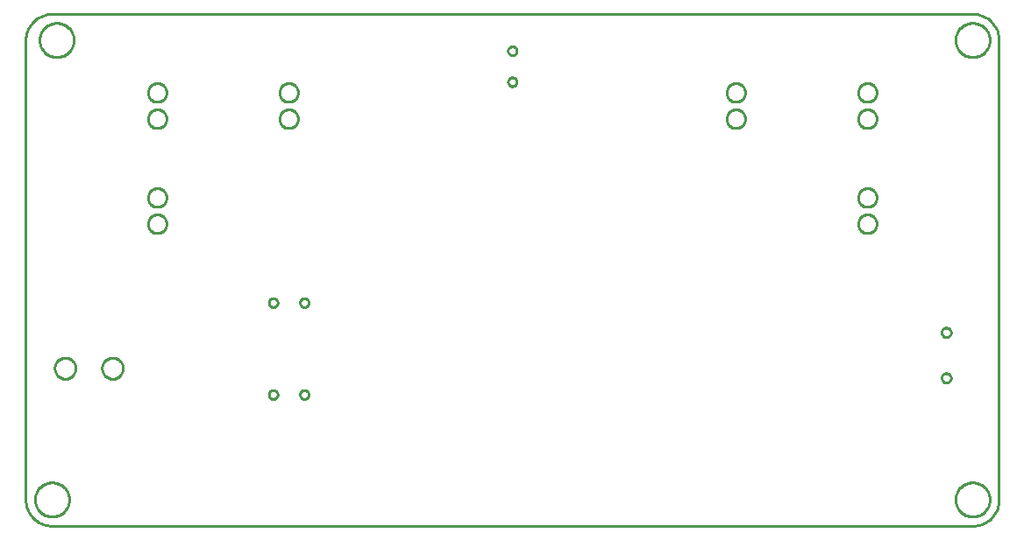
<source format=gbr>
G04 EAGLE Gerber RS-274X export*
G75*
%MOMM*%
%FSLAX34Y34*%
%LPD*%
%IN*%
%IPPOS*%
%AMOC8*
5,1,8,0,0,1.08239X$1,22.5*%
G01*
%ADD10C,0.254000*%


D10*
X0Y25400D02*
X97Y23186D01*
X386Y20989D01*
X865Y18826D01*
X1532Y16713D01*
X2380Y14666D01*
X3403Y12700D01*
X4594Y10831D01*
X5942Y9073D01*
X7440Y7440D01*
X9073Y5942D01*
X10831Y4594D01*
X12700Y3403D01*
X14666Y2380D01*
X16713Y1532D01*
X18826Y865D01*
X20989Y386D01*
X23186Y97D01*
X25400Y0D01*
X914400Y0D01*
X916614Y97D01*
X918811Y386D01*
X920974Y865D01*
X923087Y1532D01*
X925135Y2380D01*
X927100Y3403D01*
X928969Y4594D01*
X930727Y5942D01*
X932361Y7440D01*
X933858Y9073D01*
X935206Y10831D01*
X936397Y12700D01*
X937420Y14666D01*
X938268Y16713D01*
X938935Y18826D01*
X939414Y20989D01*
X939703Y23186D01*
X939800Y25400D01*
X939800Y469900D01*
X939703Y472114D01*
X939414Y474311D01*
X938935Y476474D01*
X938268Y478587D01*
X937420Y480635D01*
X936397Y482600D01*
X935206Y484469D01*
X933858Y486227D01*
X932361Y487861D01*
X930727Y489358D01*
X928969Y490706D01*
X927100Y491897D01*
X925135Y492920D01*
X923087Y493768D01*
X920974Y494435D01*
X918811Y494914D01*
X916614Y495203D01*
X914400Y495300D01*
X25400Y495300D01*
X23186Y495203D01*
X20989Y494914D01*
X18826Y494435D01*
X16713Y493768D01*
X14666Y492920D01*
X12700Y491897D01*
X10831Y490706D01*
X9073Y489358D01*
X7440Y487861D01*
X5942Y486227D01*
X4594Y484469D01*
X3403Y482600D01*
X2380Y480635D01*
X1532Y478587D01*
X865Y476474D01*
X386Y474311D01*
X97Y472114D01*
X0Y469900D01*
X0Y25400D01*
X48260Y151956D02*
X48183Y151073D01*
X48029Y150199D01*
X47799Y149342D01*
X47496Y148508D01*
X47121Y147704D01*
X46677Y146936D01*
X46168Y146209D01*
X45598Y145529D01*
X44971Y144902D01*
X44291Y144332D01*
X43564Y143823D01*
X42796Y143379D01*
X41992Y143004D01*
X41158Y142701D01*
X40301Y142471D01*
X39427Y142317D01*
X38544Y142240D01*
X37656Y142240D01*
X36773Y142317D01*
X35899Y142471D01*
X35042Y142701D01*
X34208Y143004D01*
X33404Y143379D01*
X32636Y143823D01*
X31909Y144332D01*
X31229Y144902D01*
X30602Y145529D01*
X30032Y146209D01*
X29523Y146936D01*
X29079Y147704D01*
X28704Y148508D01*
X28401Y149342D01*
X28171Y150199D01*
X28017Y151073D01*
X27940Y151956D01*
X27940Y152844D01*
X28017Y153727D01*
X28171Y154601D01*
X28401Y155458D01*
X28704Y156292D01*
X29079Y157096D01*
X29523Y157864D01*
X30032Y158591D01*
X30602Y159271D01*
X31229Y159898D01*
X31909Y160468D01*
X32636Y160977D01*
X33404Y161421D01*
X34208Y161796D01*
X35042Y162099D01*
X35899Y162329D01*
X36773Y162483D01*
X37656Y162560D01*
X38544Y162560D01*
X39427Y162483D01*
X40301Y162329D01*
X41158Y162099D01*
X41992Y161796D01*
X42796Y161421D01*
X43564Y160977D01*
X44291Y160468D01*
X44971Y159898D01*
X45598Y159271D01*
X46168Y158591D01*
X46677Y157864D01*
X47121Y157096D01*
X47496Y156292D01*
X47799Y155458D01*
X48029Y154601D01*
X48183Y153727D01*
X48260Y152844D01*
X48260Y151956D01*
X93980Y151956D02*
X93903Y151073D01*
X93749Y150199D01*
X93519Y149342D01*
X93216Y148508D01*
X92841Y147704D01*
X92397Y146936D01*
X91888Y146209D01*
X91318Y145529D01*
X90691Y144902D01*
X90011Y144332D01*
X89284Y143823D01*
X88516Y143379D01*
X87712Y143004D01*
X86878Y142701D01*
X86021Y142471D01*
X85147Y142317D01*
X84264Y142240D01*
X83376Y142240D01*
X82493Y142317D01*
X81619Y142471D01*
X80762Y142701D01*
X79928Y143004D01*
X79124Y143379D01*
X78356Y143823D01*
X77629Y144332D01*
X76949Y144902D01*
X76322Y145529D01*
X75752Y146209D01*
X75243Y146936D01*
X74799Y147704D01*
X74424Y148508D01*
X74121Y149342D01*
X73891Y150199D01*
X73737Y151073D01*
X73660Y151956D01*
X73660Y152844D01*
X73737Y153727D01*
X73891Y154601D01*
X74121Y155458D01*
X74424Y156292D01*
X74799Y157096D01*
X75243Y157864D01*
X75752Y158591D01*
X76322Y159271D01*
X76949Y159898D01*
X77629Y160468D01*
X78356Y160977D01*
X79124Y161421D01*
X79928Y161796D01*
X80762Y162099D01*
X81619Y162329D01*
X82493Y162483D01*
X83376Y162560D01*
X84264Y162560D01*
X85147Y162483D01*
X86021Y162329D01*
X86878Y162099D01*
X87712Y161796D01*
X88516Y161421D01*
X89284Y160977D01*
X90011Y160468D01*
X90691Y159898D01*
X91318Y159271D01*
X91888Y158591D01*
X92397Y157864D01*
X92841Y157096D01*
X93216Y156292D01*
X93519Y155458D01*
X93749Y154601D01*
X93903Y153727D01*
X93980Y152844D01*
X93980Y151956D01*
X234750Y127279D02*
X234823Y127831D01*
X234967Y128369D01*
X235180Y128884D01*
X235459Y129366D01*
X235798Y129808D01*
X236192Y130202D01*
X236634Y130541D01*
X237116Y130820D01*
X237631Y131033D01*
X238169Y131177D01*
X238721Y131250D01*
X239279Y131250D01*
X239831Y131177D01*
X240369Y131033D01*
X240884Y130820D01*
X241366Y130541D01*
X241808Y130202D01*
X242202Y129808D01*
X242541Y129366D01*
X242820Y128884D01*
X243033Y128369D01*
X243177Y127831D01*
X243250Y127279D01*
X243250Y126721D01*
X243177Y126169D01*
X243033Y125631D01*
X242820Y125116D01*
X242541Y124634D01*
X242202Y124192D01*
X241808Y123798D01*
X241366Y123459D01*
X240884Y123180D01*
X240369Y122967D01*
X239831Y122823D01*
X239279Y122750D01*
X238721Y122750D01*
X238169Y122823D01*
X237631Y122967D01*
X237116Y123180D01*
X236634Y123459D01*
X236192Y123798D01*
X235798Y124192D01*
X235459Y124634D01*
X235180Y125116D01*
X234967Y125631D01*
X234823Y126169D01*
X234750Y126721D01*
X234750Y127279D01*
X264750Y127279D02*
X264823Y127831D01*
X264967Y128369D01*
X265180Y128884D01*
X265459Y129366D01*
X265798Y129808D01*
X266192Y130202D01*
X266634Y130541D01*
X267116Y130820D01*
X267631Y131033D01*
X268169Y131177D01*
X268721Y131250D01*
X269279Y131250D01*
X269831Y131177D01*
X270369Y131033D01*
X270884Y130820D01*
X271366Y130541D01*
X271808Y130202D01*
X272202Y129808D01*
X272541Y129366D01*
X272820Y128884D01*
X273033Y128369D01*
X273177Y127831D01*
X273250Y127279D01*
X273250Y126721D01*
X273177Y126169D01*
X273033Y125631D01*
X272820Y125116D01*
X272541Y124634D01*
X272202Y124192D01*
X271808Y123798D01*
X271366Y123459D01*
X270884Y123180D01*
X270369Y122967D01*
X269831Y122823D01*
X269279Y122750D01*
X268721Y122750D01*
X268169Y122823D01*
X267631Y122967D01*
X267116Y123180D01*
X266634Y123459D01*
X266192Y123798D01*
X265798Y124192D01*
X265459Y124634D01*
X265180Y125116D01*
X264967Y125631D01*
X264823Y126169D01*
X264750Y126721D01*
X264750Y127279D01*
X234750Y216179D02*
X234823Y216731D01*
X234967Y217269D01*
X235180Y217784D01*
X235459Y218266D01*
X235798Y218708D01*
X236192Y219102D01*
X236634Y219441D01*
X237116Y219720D01*
X237631Y219933D01*
X238169Y220077D01*
X238721Y220150D01*
X239279Y220150D01*
X239831Y220077D01*
X240369Y219933D01*
X240884Y219720D01*
X241366Y219441D01*
X241808Y219102D01*
X242202Y218708D01*
X242541Y218266D01*
X242820Y217784D01*
X243033Y217269D01*
X243177Y216731D01*
X243250Y216179D01*
X243250Y215621D01*
X243177Y215069D01*
X243033Y214531D01*
X242820Y214016D01*
X242541Y213534D01*
X242202Y213092D01*
X241808Y212698D01*
X241366Y212359D01*
X240884Y212080D01*
X240369Y211867D01*
X239831Y211723D01*
X239279Y211650D01*
X238721Y211650D01*
X238169Y211723D01*
X237631Y211867D01*
X237116Y212080D01*
X236634Y212359D01*
X236192Y212698D01*
X235798Y213092D01*
X235459Y213534D01*
X235180Y214016D01*
X234967Y214531D01*
X234823Y215069D01*
X234750Y215621D01*
X234750Y216179D01*
X264750Y216179D02*
X264823Y216731D01*
X264967Y217269D01*
X265180Y217784D01*
X265459Y218266D01*
X265798Y218708D01*
X266192Y219102D01*
X266634Y219441D01*
X267116Y219720D01*
X267631Y219933D01*
X268169Y220077D01*
X268721Y220150D01*
X269279Y220150D01*
X269831Y220077D01*
X270369Y219933D01*
X270884Y219720D01*
X271366Y219441D01*
X271808Y219102D01*
X272202Y218708D01*
X272541Y218266D01*
X272820Y217784D01*
X273033Y217269D01*
X273177Y216731D01*
X273250Y216179D01*
X273250Y215621D01*
X273177Y215069D01*
X273033Y214531D01*
X272820Y214016D01*
X272541Y213534D01*
X272202Y213092D01*
X271808Y212698D01*
X271366Y212359D01*
X270884Y212080D01*
X270369Y211867D01*
X269831Y211723D01*
X269279Y211650D01*
X268721Y211650D01*
X268169Y211723D01*
X267631Y211867D01*
X267116Y212080D01*
X266634Y212359D01*
X266192Y212698D01*
X265798Y213092D01*
X265459Y213534D01*
X265180Y214016D01*
X264967Y214531D01*
X264823Y215069D01*
X264750Y215621D01*
X264750Y216179D01*
X884500Y143395D02*
X884577Y143980D01*
X884730Y144550D01*
X884955Y145095D01*
X885250Y145605D01*
X885609Y146073D01*
X886027Y146491D01*
X886495Y146850D01*
X887005Y147145D01*
X887550Y147370D01*
X888120Y147523D01*
X888705Y147600D01*
X889295Y147600D01*
X889880Y147523D01*
X890450Y147370D01*
X890995Y147145D01*
X891505Y146850D01*
X891973Y146491D01*
X892391Y146073D01*
X892750Y145605D01*
X893045Y145095D01*
X893270Y144550D01*
X893423Y143980D01*
X893500Y143395D01*
X893500Y142805D01*
X893423Y142220D01*
X893270Y141650D01*
X893045Y141105D01*
X892750Y140595D01*
X892391Y140127D01*
X891973Y139709D01*
X891505Y139350D01*
X890995Y139055D01*
X890450Y138830D01*
X889880Y138677D01*
X889295Y138600D01*
X888705Y138600D01*
X888120Y138677D01*
X887550Y138830D01*
X887005Y139055D01*
X886495Y139350D01*
X886027Y139709D01*
X885609Y140127D01*
X885250Y140595D01*
X884955Y141105D01*
X884730Y141650D01*
X884577Y142220D01*
X884500Y142805D01*
X884500Y143395D01*
X884500Y187395D02*
X884577Y187980D01*
X884730Y188550D01*
X884955Y189095D01*
X885250Y189605D01*
X885609Y190073D01*
X886027Y190491D01*
X886495Y190850D01*
X887005Y191145D01*
X887550Y191370D01*
X888120Y191523D01*
X888705Y191600D01*
X889295Y191600D01*
X889880Y191523D01*
X890450Y191370D01*
X890995Y191145D01*
X891505Y190850D01*
X891973Y190491D01*
X892391Y190073D01*
X892750Y189605D01*
X893045Y189095D01*
X893270Y188550D01*
X893423Y187980D01*
X893500Y187395D01*
X893500Y186805D01*
X893423Y186220D01*
X893270Y185650D01*
X893045Y185105D01*
X892750Y184595D01*
X892391Y184127D01*
X891973Y183709D01*
X891505Y183350D01*
X890995Y183055D01*
X890450Y182830D01*
X889880Y182677D01*
X889295Y182600D01*
X888705Y182600D01*
X888120Y182677D01*
X887550Y182830D01*
X887005Y183055D01*
X886495Y183350D01*
X886027Y183709D01*
X885609Y184127D01*
X885250Y184595D01*
X884955Y185105D01*
X884730Y185650D01*
X884577Y186220D01*
X884500Y186805D01*
X884500Y187395D01*
X469621Y425250D02*
X469069Y425323D01*
X468531Y425467D01*
X468016Y425680D01*
X467534Y425959D01*
X467092Y426298D01*
X466698Y426692D01*
X466359Y427134D01*
X466080Y427616D01*
X465867Y428131D01*
X465723Y428669D01*
X465650Y429221D01*
X465650Y429779D01*
X465723Y430331D01*
X465867Y430869D01*
X466080Y431384D01*
X466359Y431866D01*
X466698Y432308D01*
X467092Y432702D01*
X467534Y433041D01*
X468016Y433320D01*
X468531Y433533D01*
X469069Y433677D01*
X469621Y433750D01*
X470179Y433750D01*
X470731Y433677D01*
X471269Y433533D01*
X471784Y433320D01*
X472266Y433041D01*
X472708Y432702D01*
X473102Y432308D01*
X473441Y431866D01*
X473720Y431384D01*
X473933Y430869D01*
X474077Y430331D01*
X474150Y429779D01*
X474150Y429221D01*
X474077Y428669D01*
X473933Y428131D01*
X473720Y427616D01*
X473441Y427134D01*
X473102Y426692D01*
X472708Y426298D01*
X472266Y425959D01*
X471784Y425680D01*
X471269Y425467D01*
X470731Y425323D01*
X470179Y425250D01*
X469621Y425250D01*
X469621Y455250D02*
X469069Y455323D01*
X468531Y455467D01*
X468016Y455680D01*
X467534Y455959D01*
X467092Y456298D01*
X466698Y456692D01*
X466359Y457134D01*
X466080Y457616D01*
X465867Y458131D01*
X465723Y458669D01*
X465650Y459221D01*
X465650Y459779D01*
X465723Y460331D01*
X465867Y460869D01*
X466080Y461384D01*
X466359Y461866D01*
X466698Y462308D01*
X467092Y462702D01*
X467534Y463041D01*
X468016Y463320D01*
X468531Y463533D01*
X469069Y463677D01*
X469621Y463750D01*
X470179Y463750D01*
X470731Y463677D01*
X471269Y463533D01*
X471784Y463320D01*
X472266Y463041D01*
X472708Y462702D01*
X473102Y462308D01*
X473441Y461866D01*
X473720Y461384D01*
X473933Y460869D01*
X474077Y460331D01*
X474150Y459779D01*
X474150Y459221D01*
X474077Y458669D01*
X473933Y458131D01*
X473720Y457616D01*
X473441Y457134D01*
X473102Y456692D01*
X472708Y456298D01*
X472266Y455959D01*
X471784Y455680D01*
X471269Y455467D01*
X470731Y455323D01*
X470179Y455250D01*
X469621Y455250D01*
X930910Y24860D02*
X930839Y23781D01*
X930698Y22709D01*
X930487Y21649D01*
X930208Y20605D01*
X929860Y19581D01*
X929446Y18583D01*
X928968Y17613D01*
X928428Y16677D01*
X927827Y15778D01*
X927169Y14921D01*
X926457Y14108D01*
X925692Y13344D01*
X924879Y12631D01*
X924022Y11973D01*
X923123Y11372D01*
X922187Y10832D01*
X921217Y10354D01*
X920219Y9940D01*
X919195Y9592D01*
X918151Y9313D01*
X917091Y9102D01*
X916019Y8961D01*
X914940Y8890D01*
X913860Y8890D01*
X912781Y8961D01*
X911709Y9102D01*
X910649Y9313D01*
X909605Y9592D01*
X908581Y9940D01*
X907583Y10354D01*
X906613Y10832D01*
X905677Y11372D01*
X904778Y11973D01*
X903921Y12631D01*
X903108Y13344D01*
X902344Y14108D01*
X901631Y14921D01*
X900973Y15778D01*
X900372Y16677D01*
X899832Y17613D01*
X899354Y18583D01*
X898940Y19581D01*
X898592Y20605D01*
X898313Y21649D01*
X898102Y22709D01*
X897961Y23781D01*
X897890Y24860D01*
X897890Y25940D01*
X897961Y27019D01*
X898102Y28091D01*
X898313Y29151D01*
X898592Y30195D01*
X898940Y31219D01*
X899354Y32217D01*
X899832Y33187D01*
X900372Y34123D01*
X900973Y35022D01*
X901631Y35879D01*
X902344Y36692D01*
X903108Y37457D01*
X903921Y38169D01*
X904778Y38827D01*
X905677Y39428D01*
X906613Y39968D01*
X907583Y40446D01*
X908581Y40860D01*
X909605Y41208D01*
X910649Y41487D01*
X911709Y41698D01*
X912781Y41839D01*
X913860Y41910D01*
X914940Y41910D01*
X916019Y41839D01*
X917091Y41698D01*
X918151Y41487D01*
X919195Y41208D01*
X920219Y40860D01*
X921217Y40446D01*
X922187Y39968D01*
X923123Y39428D01*
X924022Y38827D01*
X924879Y38169D01*
X925692Y37457D01*
X926457Y36692D01*
X927169Y35879D01*
X927827Y35022D01*
X928428Y34123D01*
X928968Y33187D01*
X929446Y32217D01*
X929860Y31219D01*
X930208Y30195D01*
X930487Y29151D01*
X930698Y28091D01*
X930839Y27019D01*
X930910Y25940D01*
X930910Y24860D01*
X46410Y469360D02*
X46339Y468281D01*
X46198Y467209D01*
X45987Y466149D01*
X45708Y465105D01*
X45360Y464081D01*
X44946Y463083D01*
X44468Y462113D01*
X43928Y461177D01*
X43327Y460278D01*
X42669Y459421D01*
X41957Y458608D01*
X41192Y457844D01*
X40379Y457131D01*
X39522Y456473D01*
X38623Y455872D01*
X37687Y455332D01*
X36717Y454854D01*
X35719Y454440D01*
X34695Y454092D01*
X33651Y453813D01*
X32591Y453602D01*
X31519Y453461D01*
X30440Y453390D01*
X29360Y453390D01*
X28281Y453461D01*
X27209Y453602D01*
X26149Y453813D01*
X25105Y454092D01*
X24081Y454440D01*
X23083Y454854D01*
X22113Y455332D01*
X21177Y455872D01*
X20278Y456473D01*
X19421Y457131D01*
X18608Y457844D01*
X17844Y458608D01*
X17131Y459421D01*
X16473Y460278D01*
X15872Y461177D01*
X15332Y462113D01*
X14854Y463083D01*
X14440Y464081D01*
X14092Y465105D01*
X13813Y466149D01*
X13602Y467209D01*
X13461Y468281D01*
X13390Y469360D01*
X13390Y470440D01*
X13461Y471519D01*
X13602Y472591D01*
X13813Y473651D01*
X14092Y474695D01*
X14440Y475719D01*
X14854Y476717D01*
X15332Y477687D01*
X15872Y478623D01*
X16473Y479522D01*
X17131Y480379D01*
X17844Y481192D01*
X18608Y481957D01*
X19421Y482669D01*
X20278Y483327D01*
X21177Y483928D01*
X22113Y484468D01*
X23083Y484946D01*
X24081Y485360D01*
X25105Y485708D01*
X26149Y485987D01*
X27209Y486198D01*
X28281Y486339D01*
X29360Y486410D01*
X30440Y486410D01*
X31519Y486339D01*
X32591Y486198D01*
X33651Y485987D01*
X34695Y485708D01*
X35719Y485360D01*
X36717Y484946D01*
X37687Y484468D01*
X38623Y483928D01*
X39522Y483327D01*
X40379Y482669D01*
X41192Y481957D01*
X41957Y481192D01*
X42669Y480379D01*
X43327Y479522D01*
X43928Y478623D01*
X44468Y477687D01*
X44946Y476717D01*
X45360Y475719D01*
X45708Y474695D01*
X45987Y473651D01*
X46198Y472591D01*
X46339Y471519D01*
X46410Y470440D01*
X46410Y469360D01*
X41910Y24860D02*
X41839Y23781D01*
X41698Y22709D01*
X41487Y21649D01*
X41208Y20605D01*
X40860Y19581D01*
X40446Y18583D01*
X39968Y17613D01*
X39428Y16677D01*
X38827Y15778D01*
X38169Y14921D01*
X37457Y14108D01*
X36692Y13344D01*
X35879Y12631D01*
X35022Y11973D01*
X34123Y11372D01*
X33187Y10832D01*
X32217Y10354D01*
X31219Y9940D01*
X30195Y9592D01*
X29151Y9313D01*
X28091Y9102D01*
X27019Y8961D01*
X25940Y8890D01*
X24860Y8890D01*
X23781Y8961D01*
X22709Y9102D01*
X21649Y9313D01*
X20605Y9592D01*
X19581Y9940D01*
X18583Y10354D01*
X17613Y10832D01*
X16677Y11372D01*
X15778Y11973D01*
X14921Y12631D01*
X14108Y13344D01*
X13344Y14108D01*
X12631Y14921D01*
X11973Y15778D01*
X11372Y16677D01*
X10832Y17613D01*
X10354Y18583D01*
X9940Y19581D01*
X9592Y20605D01*
X9313Y21649D01*
X9102Y22709D01*
X8961Y23781D01*
X8890Y24860D01*
X8890Y25940D01*
X8961Y27019D01*
X9102Y28091D01*
X9313Y29151D01*
X9592Y30195D01*
X9940Y31219D01*
X10354Y32217D01*
X10832Y33187D01*
X11372Y34123D01*
X11973Y35022D01*
X12631Y35879D01*
X13344Y36692D01*
X14108Y37457D01*
X14921Y38169D01*
X15778Y38827D01*
X16677Y39428D01*
X17613Y39968D01*
X18583Y40446D01*
X19581Y40860D01*
X20605Y41208D01*
X21649Y41487D01*
X22709Y41698D01*
X23781Y41839D01*
X24860Y41910D01*
X25940Y41910D01*
X27019Y41839D01*
X28091Y41698D01*
X29151Y41487D01*
X30195Y41208D01*
X31219Y40860D01*
X32217Y40446D01*
X33187Y39968D01*
X34123Y39428D01*
X35022Y38827D01*
X35879Y38169D01*
X36692Y37457D01*
X37457Y36692D01*
X38169Y35879D01*
X38827Y35022D01*
X39428Y34123D01*
X39968Y33187D01*
X40446Y32217D01*
X40860Y31219D01*
X41208Y30195D01*
X41487Y29151D01*
X41698Y28091D01*
X41839Y27019D01*
X41910Y25940D01*
X41910Y24860D01*
X930910Y469360D02*
X930839Y468281D01*
X930698Y467209D01*
X930487Y466149D01*
X930208Y465105D01*
X929860Y464081D01*
X929446Y463083D01*
X928968Y462113D01*
X928428Y461177D01*
X927827Y460278D01*
X927169Y459421D01*
X926457Y458608D01*
X925692Y457844D01*
X924879Y457131D01*
X924022Y456473D01*
X923123Y455872D01*
X922187Y455332D01*
X921217Y454854D01*
X920219Y454440D01*
X919195Y454092D01*
X918151Y453813D01*
X917091Y453602D01*
X916019Y453461D01*
X914940Y453390D01*
X913860Y453390D01*
X912781Y453461D01*
X911709Y453602D01*
X910649Y453813D01*
X909605Y454092D01*
X908581Y454440D01*
X907583Y454854D01*
X906613Y455332D01*
X905677Y455872D01*
X904778Y456473D01*
X903921Y457131D01*
X903108Y457844D01*
X902344Y458608D01*
X901631Y459421D01*
X900973Y460278D01*
X900372Y461177D01*
X899832Y462113D01*
X899354Y463083D01*
X898940Y464081D01*
X898592Y465105D01*
X898313Y466149D01*
X898102Y467209D01*
X897961Y468281D01*
X897890Y469360D01*
X897890Y470440D01*
X897961Y471519D01*
X898102Y472591D01*
X898313Y473651D01*
X898592Y474695D01*
X898940Y475719D01*
X899354Y476717D01*
X899832Y477687D01*
X900372Y478623D01*
X900973Y479522D01*
X901631Y480379D01*
X902344Y481192D01*
X903108Y481957D01*
X903921Y482669D01*
X904778Y483327D01*
X905677Y483928D01*
X906613Y484468D01*
X907583Y484946D01*
X908581Y485360D01*
X909605Y485708D01*
X910649Y485987D01*
X911709Y486198D01*
X912781Y486339D01*
X913860Y486410D01*
X914940Y486410D01*
X916019Y486339D01*
X917091Y486198D01*
X918151Y485987D01*
X919195Y485708D01*
X920219Y485360D01*
X921217Y484946D01*
X922187Y484468D01*
X923123Y483928D01*
X924022Y483327D01*
X924879Y482669D01*
X925692Y481957D01*
X926457Y481192D01*
X927169Y480379D01*
X927827Y479522D01*
X928428Y478623D01*
X928968Y477687D01*
X929446Y476717D01*
X929860Y475719D01*
X930208Y474695D01*
X930487Y473651D01*
X930698Y472591D01*
X930839Y471519D01*
X930910Y470440D01*
X930910Y469360D01*
X253607Y410100D02*
X252824Y410169D01*
X252050Y410305D01*
X251291Y410508D01*
X250553Y410777D01*
X249840Y411109D01*
X249160Y411502D01*
X248516Y411953D01*
X247914Y412458D01*
X247358Y413014D01*
X246853Y413616D01*
X246402Y414260D01*
X246009Y414940D01*
X245677Y415653D01*
X245408Y416391D01*
X245205Y417150D01*
X245069Y417924D01*
X245000Y418707D01*
X245000Y419493D01*
X245069Y420276D01*
X245205Y421050D01*
X245408Y421809D01*
X245677Y422547D01*
X246009Y423260D01*
X246402Y423940D01*
X246853Y424584D01*
X247358Y425186D01*
X247914Y425742D01*
X248516Y426247D01*
X249160Y426698D01*
X249840Y427091D01*
X250553Y427423D01*
X251291Y427692D01*
X252050Y427895D01*
X252824Y428032D01*
X253607Y428100D01*
X254393Y428100D01*
X255176Y428032D01*
X255950Y427895D01*
X256709Y427692D01*
X257447Y427423D01*
X258160Y427091D01*
X258840Y426698D01*
X259484Y426247D01*
X260086Y425742D01*
X260642Y425186D01*
X261147Y424584D01*
X261598Y423940D01*
X261991Y423260D01*
X262323Y422547D01*
X262592Y421809D01*
X262795Y421050D01*
X262932Y420276D01*
X263000Y419493D01*
X263000Y418707D01*
X262932Y417924D01*
X262795Y417150D01*
X262592Y416391D01*
X262323Y415653D01*
X261991Y414940D01*
X261598Y414260D01*
X261147Y413616D01*
X260642Y413014D01*
X260086Y412458D01*
X259484Y411953D01*
X258840Y411502D01*
X258160Y411109D01*
X257447Y410777D01*
X256709Y410508D01*
X255950Y410305D01*
X255176Y410169D01*
X254393Y410100D01*
X253607Y410100D01*
X253607Y384700D02*
X252824Y384769D01*
X252050Y384905D01*
X251291Y385108D01*
X250553Y385377D01*
X249840Y385709D01*
X249160Y386102D01*
X248516Y386553D01*
X247914Y387058D01*
X247358Y387614D01*
X246853Y388216D01*
X246402Y388860D01*
X246009Y389540D01*
X245677Y390253D01*
X245408Y390991D01*
X245205Y391750D01*
X245069Y392524D01*
X245000Y393307D01*
X245000Y394093D01*
X245069Y394876D01*
X245205Y395650D01*
X245408Y396409D01*
X245677Y397147D01*
X246009Y397860D01*
X246402Y398540D01*
X246853Y399184D01*
X247358Y399786D01*
X247914Y400342D01*
X248516Y400847D01*
X249160Y401298D01*
X249840Y401691D01*
X250553Y402023D01*
X251291Y402292D01*
X252050Y402495D01*
X252824Y402632D01*
X253607Y402700D01*
X254393Y402700D01*
X255176Y402632D01*
X255950Y402495D01*
X256709Y402292D01*
X257447Y402023D01*
X258160Y401691D01*
X258840Y401298D01*
X259484Y400847D01*
X260086Y400342D01*
X260642Y399786D01*
X261147Y399184D01*
X261598Y398540D01*
X261991Y397860D01*
X262323Y397147D01*
X262592Y396409D01*
X262795Y395650D01*
X262932Y394876D01*
X263000Y394093D01*
X263000Y393307D01*
X262932Y392524D01*
X262795Y391750D01*
X262592Y390991D01*
X262323Y390253D01*
X261991Y389540D01*
X261598Y388860D01*
X261147Y388216D01*
X260642Y387614D01*
X260086Y387058D01*
X259484Y386553D01*
X258840Y386102D01*
X258160Y385709D01*
X257447Y385377D01*
X256709Y385108D01*
X255950Y384905D01*
X255176Y384769D01*
X254393Y384700D01*
X253607Y384700D01*
X685407Y410100D02*
X684624Y410169D01*
X683850Y410305D01*
X683091Y410508D01*
X682353Y410777D01*
X681640Y411109D01*
X680960Y411502D01*
X680316Y411953D01*
X679714Y412458D01*
X679158Y413014D01*
X678653Y413616D01*
X678202Y414260D01*
X677809Y414940D01*
X677477Y415653D01*
X677208Y416391D01*
X677005Y417150D01*
X676869Y417924D01*
X676800Y418707D01*
X676800Y419493D01*
X676869Y420276D01*
X677005Y421050D01*
X677208Y421809D01*
X677477Y422547D01*
X677809Y423260D01*
X678202Y423940D01*
X678653Y424584D01*
X679158Y425186D01*
X679714Y425742D01*
X680316Y426247D01*
X680960Y426698D01*
X681640Y427091D01*
X682353Y427423D01*
X683091Y427692D01*
X683850Y427895D01*
X684624Y428032D01*
X685407Y428100D01*
X686193Y428100D01*
X686976Y428032D01*
X687750Y427895D01*
X688509Y427692D01*
X689247Y427423D01*
X689960Y427091D01*
X690640Y426698D01*
X691284Y426247D01*
X691886Y425742D01*
X692442Y425186D01*
X692947Y424584D01*
X693398Y423940D01*
X693791Y423260D01*
X694123Y422547D01*
X694392Y421809D01*
X694595Y421050D01*
X694732Y420276D01*
X694800Y419493D01*
X694800Y418707D01*
X694732Y417924D01*
X694595Y417150D01*
X694392Y416391D01*
X694123Y415653D01*
X693791Y414940D01*
X693398Y414260D01*
X692947Y413616D01*
X692442Y413014D01*
X691886Y412458D01*
X691284Y411953D01*
X690640Y411502D01*
X689960Y411109D01*
X689247Y410777D01*
X688509Y410508D01*
X687750Y410305D01*
X686976Y410169D01*
X686193Y410100D01*
X685407Y410100D01*
X685407Y384700D02*
X684624Y384769D01*
X683850Y384905D01*
X683091Y385108D01*
X682353Y385377D01*
X681640Y385709D01*
X680960Y386102D01*
X680316Y386553D01*
X679714Y387058D01*
X679158Y387614D01*
X678653Y388216D01*
X678202Y388860D01*
X677809Y389540D01*
X677477Y390253D01*
X677208Y390991D01*
X677005Y391750D01*
X676869Y392524D01*
X676800Y393307D01*
X676800Y394093D01*
X676869Y394876D01*
X677005Y395650D01*
X677208Y396409D01*
X677477Y397147D01*
X677809Y397860D01*
X678202Y398540D01*
X678653Y399184D01*
X679158Y399786D01*
X679714Y400342D01*
X680316Y400847D01*
X680960Y401298D01*
X681640Y401691D01*
X682353Y402023D01*
X683091Y402292D01*
X683850Y402495D01*
X684624Y402632D01*
X685407Y402700D01*
X686193Y402700D01*
X686976Y402632D01*
X687750Y402495D01*
X688509Y402292D01*
X689247Y402023D01*
X689960Y401691D01*
X690640Y401298D01*
X691284Y400847D01*
X691886Y400342D01*
X692442Y399786D01*
X692947Y399184D01*
X693398Y398540D01*
X693791Y397860D01*
X694123Y397147D01*
X694392Y396409D01*
X694595Y395650D01*
X694732Y394876D01*
X694800Y394093D01*
X694800Y393307D01*
X694732Y392524D01*
X694595Y391750D01*
X694392Y390991D01*
X694123Y390253D01*
X693791Y389540D01*
X693398Y388860D01*
X692947Y388216D01*
X692442Y387614D01*
X691886Y387058D01*
X691284Y386553D01*
X690640Y386102D01*
X689960Y385709D01*
X689247Y385377D01*
X688509Y385108D01*
X687750Y384905D01*
X686976Y384769D01*
X686193Y384700D01*
X685407Y384700D01*
X126607Y410100D02*
X125824Y410169D01*
X125050Y410305D01*
X124291Y410508D01*
X123553Y410777D01*
X122840Y411109D01*
X122160Y411502D01*
X121516Y411953D01*
X120914Y412458D01*
X120358Y413014D01*
X119853Y413616D01*
X119402Y414260D01*
X119009Y414940D01*
X118677Y415653D01*
X118408Y416391D01*
X118205Y417150D01*
X118069Y417924D01*
X118000Y418707D01*
X118000Y419493D01*
X118069Y420276D01*
X118205Y421050D01*
X118408Y421809D01*
X118677Y422547D01*
X119009Y423260D01*
X119402Y423940D01*
X119853Y424584D01*
X120358Y425186D01*
X120914Y425742D01*
X121516Y426247D01*
X122160Y426698D01*
X122840Y427091D01*
X123553Y427423D01*
X124291Y427692D01*
X125050Y427895D01*
X125824Y428032D01*
X126607Y428100D01*
X127393Y428100D01*
X128176Y428032D01*
X128950Y427895D01*
X129709Y427692D01*
X130447Y427423D01*
X131160Y427091D01*
X131840Y426698D01*
X132484Y426247D01*
X133086Y425742D01*
X133642Y425186D01*
X134147Y424584D01*
X134598Y423940D01*
X134991Y423260D01*
X135323Y422547D01*
X135592Y421809D01*
X135795Y421050D01*
X135932Y420276D01*
X136000Y419493D01*
X136000Y418707D01*
X135932Y417924D01*
X135795Y417150D01*
X135592Y416391D01*
X135323Y415653D01*
X134991Y414940D01*
X134598Y414260D01*
X134147Y413616D01*
X133642Y413014D01*
X133086Y412458D01*
X132484Y411953D01*
X131840Y411502D01*
X131160Y411109D01*
X130447Y410777D01*
X129709Y410508D01*
X128950Y410305D01*
X128176Y410169D01*
X127393Y410100D01*
X126607Y410100D01*
X126607Y384700D02*
X125824Y384769D01*
X125050Y384905D01*
X124291Y385108D01*
X123553Y385377D01*
X122840Y385709D01*
X122160Y386102D01*
X121516Y386553D01*
X120914Y387058D01*
X120358Y387614D01*
X119853Y388216D01*
X119402Y388860D01*
X119009Y389540D01*
X118677Y390253D01*
X118408Y390991D01*
X118205Y391750D01*
X118069Y392524D01*
X118000Y393307D01*
X118000Y394093D01*
X118069Y394876D01*
X118205Y395650D01*
X118408Y396409D01*
X118677Y397147D01*
X119009Y397860D01*
X119402Y398540D01*
X119853Y399184D01*
X120358Y399786D01*
X120914Y400342D01*
X121516Y400847D01*
X122160Y401298D01*
X122840Y401691D01*
X123553Y402023D01*
X124291Y402292D01*
X125050Y402495D01*
X125824Y402632D01*
X126607Y402700D01*
X127393Y402700D01*
X128176Y402632D01*
X128950Y402495D01*
X129709Y402292D01*
X130447Y402023D01*
X131160Y401691D01*
X131840Y401298D01*
X132484Y400847D01*
X133086Y400342D01*
X133642Y399786D01*
X134147Y399184D01*
X134598Y398540D01*
X134991Y397860D01*
X135323Y397147D01*
X135592Y396409D01*
X135795Y395650D01*
X135932Y394876D01*
X136000Y394093D01*
X136000Y393307D01*
X135932Y392524D01*
X135795Y391750D01*
X135592Y390991D01*
X135323Y390253D01*
X134991Y389540D01*
X134598Y388860D01*
X134147Y388216D01*
X133642Y387614D01*
X133086Y387058D01*
X132484Y386553D01*
X131840Y386102D01*
X131160Y385709D01*
X130447Y385377D01*
X129709Y385108D01*
X128950Y384905D01*
X128176Y384769D01*
X127393Y384700D01*
X126607Y384700D01*
X126607Y308500D02*
X125824Y308569D01*
X125050Y308705D01*
X124291Y308908D01*
X123553Y309177D01*
X122840Y309509D01*
X122160Y309902D01*
X121516Y310353D01*
X120914Y310858D01*
X120358Y311414D01*
X119853Y312016D01*
X119402Y312660D01*
X119009Y313340D01*
X118677Y314053D01*
X118408Y314791D01*
X118205Y315550D01*
X118069Y316324D01*
X118000Y317107D01*
X118000Y317893D01*
X118069Y318676D01*
X118205Y319450D01*
X118408Y320209D01*
X118677Y320947D01*
X119009Y321660D01*
X119402Y322340D01*
X119853Y322984D01*
X120358Y323586D01*
X120914Y324142D01*
X121516Y324647D01*
X122160Y325098D01*
X122840Y325491D01*
X123553Y325823D01*
X124291Y326092D01*
X125050Y326295D01*
X125824Y326432D01*
X126607Y326500D01*
X127393Y326500D01*
X128176Y326432D01*
X128950Y326295D01*
X129709Y326092D01*
X130447Y325823D01*
X131160Y325491D01*
X131840Y325098D01*
X132484Y324647D01*
X133086Y324142D01*
X133642Y323586D01*
X134147Y322984D01*
X134598Y322340D01*
X134991Y321660D01*
X135323Y320947D01*
X135592Y320209D01*
X135795Y319450D01*
X135932Y318676D01*
X136000Y317893D01*
X136000Y317107D01*
X135932Y316324D01*
X135795Y315550D01*
X135592Y314791D01*
X135323Y314053D01*
X134991Y313340D01*
X134598Y312660D01*
X134147Y312016D01*
X133642Y311414D01*
X133086Y310858D01*
X132484Y310353D01*
X131840Y309902D01*
X131160Y309509D01*
X130447Y309177D01*
X129709Y308908D01*
X128950Y308705D01*
X128176Y308569D01*
X127393Y308500D01*
X126607Y308500D01*
X126607Y283100D02*
X125824Y283169D01*
X125050Y283305D01*
X124291Y283508D01*
X123553Y283777D01*
X122840Y284109D01*
X122160Y284502D01*
X121516Y284953D01*
X120914Y285458D01*
X120358Y286014D01*
X119853Y286616D01*
X119402Y287260D01*
X119009Y287940D01*
X118677Y288653D01*
X118408Y289391D01*
X118205Y290150D01*
X118069Y290924D01*
X118000Y291707D01*
X118000Y292493D01*
X118069Y293276D01*
X118205Y294050D01*
X118408Y294809D01*
X118677Y295547D01*
X119009Y296260D01*
X119402Y296940D01*
X119853Y297584D01*
X120358Y298186D01*
X120914Y298742D01*
X121516Y299247D01*
X122160Y299698D01*
X122840Y300091D01*
X123553Y300423D01*
X124291Y300692D01*
X125050Y300895D01*
X125824Y301032D01*
X126607Y301100D01*
X127393Y301100D01*
X128176Y301032D01*
X128950Y300895D01*
X129709Y300692D01*
X130447Y300423D01*
X131160Y300091D01*
X131840Y299698D01*
X132484Y299247D01*
X133086Y298742D01*
X133642Y298186D01*
X134147Y297584D01*
X134598Y296940D01*
X134991Y296260D01*
X135323Y295547D01*
X135592Y294809D01*
X135795Y294050D01*
X135932Y293276D01*
X136000Y292493D01*
X136000Y291707D01*
X135932Y290924D01*
X135795Y290150D01*
X135592Y289391D01*
X135323Y288653D01*
X134991Y287940D01*
X134598Y287260D01*
X134147Y286616D01*
X133642Y286014D01*
X133086Y285458D01*
X132484Y284953D01*
X131840Y284502D01*
X131160Y284109D01*
X130447Y283777D01*
X129709Y283508D01*
X128950Y283305D01*
X128176Y283169D01*
X127393Y283100D01*
X126607Y283100D01*
X812407Y410100D02*
X811624Y410169D01*
X810850Y410305D01*
X810091Y410508D01*
X809353Y410777D01*
X808640Y411109D01*
X807960Y411502D01*
X807316Y411953D01*
X806714Y412458D01*
X806158Y413014D01*
X805653Y413616D01*
X805202Y414260D01*
X804809Y414940D01*
X804477Y415653D01*
X804208Y416391D01*
X804005Y417150D01*
X803869Y417924D01*
X803800Y418707D01*
X803800Y419493D01*
X803869Y420276D01*
X804005Y421050D01*
X804208Y421809D01*
X804477Y422547D01*
X804809Y423260D01*
X805202Y423940D01*
X805653Y424584D01*
X806158Y425186D01*
X806714Y425742D01*
X807316Y426247D01*
X807960Y426698D01*
X808640Y427091D01*
X809353Y427423D01*
X810091Y427692D01*
X810850Y427895D01*
X811624Y428032D01*
X812407Y428100D01*
X813193Y428100D01*
X813976Y428032D01*
X814750Y427895D01*
X815509Y427692D01*
X816247Y427423D01*
X816960Y427091D01*
X817640Y426698D01*
X818284Y426247D01*
X818886Y425742D01*
X819442Y425186D01*
X819947Y424584D01*
X820398Y423940D01*
X820791Y423260D01*
X821123Y422547D01*
X821392Y421809D01*
X821595Y421050D01*
X821732Y420276D01*
X821800Y419493D01*
X821800Y418707D01*
X821732Y417924D01*
X821595Y417150D01*
X821392Y416391D01*
X821123Y415653D01*
X820791Y414940D01*
X820398Y414260D01*
X819947Y413616D01*
X819442Y413014D01*
X818886Y412458D01*
X818284Y411953D01*
X817640Y411502D01*
X816960Y411109D01*
X816247Y410777D01*
X815509Y410508D01*
X814750Y410305D01*
X813976Y410169D01*
X813193Y410100D01*
X812407Y410100D01*
X812407Y384700D02*
X811624Y384769D01*
X810850Y384905D01*
X810091Y385108D01*
X809353Y385377D01*
X808640Y385709D01*
X807960Y386102D01*
X807316Y386553D01*
X806714Y387058D01*
X806158Y387614D01*
X805653Y388216D01*
X805202Y388860D01*
X804809Y389540D01*
X804477Y390253D01*
X804208Y390991D01*
X804005Y391750D01*
X803869Y392524D01*
X803800Y393307D01*
X803800Y394093D01*
X803869Y394876D01*
X804005Y395650D01*
X804208Y396409D01*
X804477Y397147D01*
X804809Y397860D01*
X805202Y398540D01*
X805653Y399184D01*
X806158Y399786D01*
X806714Y400342D01*
X807316Y400847D01*
X807960Y401298D01*
X808640Y401691D01*
X809353Y402023D01*
X810091Y402292D01*
X810850Y402495D01*
X811624Y402632D01*
X812407Y402700D01*
X813193Y402700D01*
X813976Y402632D01*
X814750Y402495D01*
X815509Y402292D01*
X816247Y402023D01*
X816960Y401691D01*
X817640Y401298D01*
X818284Y400847D01*
X818886Y400342D01*
X819442Y399786D01*
X819947Y399184D01*
X820398Y398540D01*
X820791Y397860D01*
X821123Y397147D01*
X821392Y396409D01*
X821595Y395650D01*
X821732Y394876D01*
X821800Y394093D01*
X821800Y393307D01*
X821732Y392524D01*
X821595Y391750D01*
X821392Y390991D01*
X821123Y390253D01*
X820791Y389540D01*
X820398Y388860D01*
X819947Y388216D01*
X819442Y387614D01*
X818886Y387058D01*
X818284Y386553D01*
X817640Y386102D01*
X816960Y385709D01*
X816247Y385377D01*
X815509Y385108D01*
X814750Y384905D01*
X813976Y384769D01*
X813193Y384700D01*
X812407Y384700D01*
X812407Y308500D02*
X811624Y308569D01*
X810850Y308705D01*
X810091Y308908D01*
X809353Y309177D01*
X808640Y309509D01*
X807960Y309902D01*
X807316Y310353D01*
X806714Y310858D01*
X806158Y311414D01*
X805653Y312016D01*
X805202Y312660D01*
X804809Y313340D01*
X804477Y314053D01*
X804208Y314791D01*
X804005Y315550D01*
X803869Y316324D01*
X803800Y317107D01*
X803800Y317893D01*
X803869Y318676D01*
X804005Y319450D01*
X804208Y320209D01*
X804477Y320947D01*
X804809Y321660D01*
X805202Y322340D01*
X805653Y322984D01*
X806158Y323586D01*
X806714Y324142D01*
X807316Y324647D01*
X807960Y325098D01*
X808640Y325491D01*
X809353Y325823D01*
X810091Y326092D01*
X810850Y326295D01*
X811624Y326432D01*
X812407Y326500D01*
X813193Y326500D01*
X813976Y326432D01*
X814750Y326295D01*
X815509Y326092D01*
X816247Y325823D01*
X816960Y325491D01*
X817640Y325098D01*
X818284Y324647D01*
X818886Y324142D01*
X819442Y323586D01*
X819947Y322984D01*
X820398Y322340D01*
X820791Y321660D01*
X821123Y320947D01*
X821392Y320209D01*
X821595Y319450D01*
X821732Y318676D01*
X821800Y317893D01*
X821800Y317107D01*
X821732Y316324D01*
X821595Y315550D01*
X821392Y314791D01*
X821123Y314053D01*
X820791Y313340D01*
X820398Y312660D01*
X819947Y312016D01*
X819442Y311414D01*
X818886Y310858D01*
X818284Y310353D01*
X817640Y309902D01*
X816960Y309509D01*
X816247Y309177D01*
X815509Y308908D01*
X814750Y308705D01*
X813976Y308569D01*
X813193Y308500D01*
X812407Y308500D01*
X812407Y283100D02*
X811624Y283169D01*
X810850Y283305D01*
X810091Y283508D01*
X809353Y283777D01*
X808640Y284109D01*
X807960Y284502D01*
X807316Y284953D01*
X806714Y285458D01*
X806158Y286014D01*
X805653Y286616D01*
X805202Y287260D01*
X804809Y287940D01*
X804477Y288653D01*
X804208Y289391D01*
X804005Y290150D01*
X803869Y290924D01*
X803800Y291707D01*
X803800Y292493D01*
X803869Y293276D01*
X804005Y294050D01*
X804208Y294809D01*
X804477Y295547D01*
X804809Y296260D01*
X805202Y296940D01*
X805653Y297584D01*
X806158Y298186D01*
X806714Y298742D01*
X807316Y299247D01*
X807960Y299698D01*
X808640Y300091D01*
X809353Y300423D01*
X810091Y300692D01*
X810850Y300895D01*
X811624Y301032D01*
X812407Y301100D01*
X813193Y301100D01*
X813976Y301032D01*
X814750Y300895D01*
X815509Y300692D01*
X816247Y300423D01*
X816960Y300091D01*
X817640Y299698D01*
X818284Y299247D01*
X818886Y298742D01*
X819442Y298186D01*
X819947Y297584D01*
X820398Y296940D01*
X820791Y296260D01*
X821123Y295547D01*
X821392Y294809D01*
X821595Y294050D01*
X821732Y293276D01*
X821800Y292493D01*
X821800Y291707D01*
X821732Y290924D01*
X821595Y290150D01*
X821392Y289391D01*
X821123Y288653D01*
X820791Y287940D01*
X820398Y287260D01*
X819947Y286616D01*
X819442Y286014D01*
X818886Y285458D01*
X818284Y284953D01*
X817640Y284502D01*
X816960Y284109D01*
X816247Y283777D01*
X815509Y283508D01*
X814750Y283305D01*
X813976Y283169D01*
X813193Y283100D01*
X812407Y283100D01*
M02*

</source>
